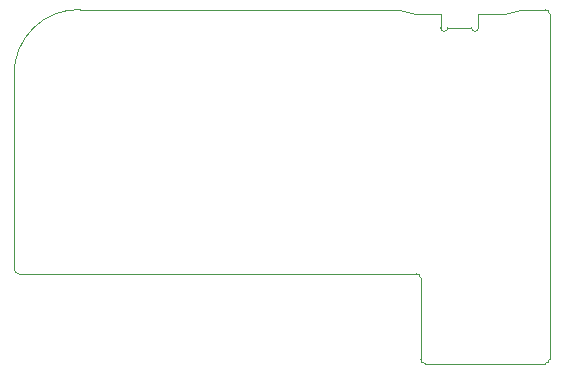
<source format=gbr>
%TF.GenerationSoftware,KiCad,Pcbnew,(7.0.0-0)*%
%TF.CreationDate,2023-02-27T23:59:31-08:00*%
%TF.ProjectId,DEMI_Buffer,44454d49-5f42-4756-9666-65722e6b6963,rev?*%
%TF.SameCoordinates,Original*%
%TF.FileFunction,Profile,NP*%
%FSLAX46Y46*%
G04 Gerber Fmt 4.6, Leading zero omitted, Abs format (unit mm)*
G04 Created by KiCad (PCBNEW (7.0.0-0)) date 2023-02-27 23:59:31*
%MOMM*%
%LPD*%
G01*
G04 APERTURE LIST*
%TA.AperFunction,Profile*%
%ADD10C,0.100000*%
%TD*%
G04 APERTURE END LIST*
D10*
X107059524Y-91821000D02*
X107061000Y-108331000D01*
X141478000Y-109093000D02*
G75*
G03*
X141097000Y-108712000I-381000J0D01*
G01*
X107442000Y-108712000D02*
X141097000Y-108712000D01*
X148590000Y-86710000D02*
X149860000Y-86360000D01*
X152400000Y-86741000D02*
G75*
G03*
X152019000Y-86360000I-381000J0D01*
G01*
X141478000Y-115951000D02*
G75*
G03*
X141859000Y-116332000I381000J0D01*
G01*
X152019000Y-116332000D02*
G75*
G03*
X152400000Y-115951000I0J381000D01*
G01*
X140970000Y-86710000D02*
X139700000Y-86360000D01*
X107061000Y-108331000D02*
G75*
G03*
X107442000Y-108712000I381000J0D01*
G01*
X112649000Y-86360001D02*
G75*
G03*
X107059524Y-91821000I-127000J-5460999D01*
G01*
X152400000Y-115951000D02*
X152400000Y-86741000D01*
X141478000Y-109093000D02*
X141478000Y-115951000D01*
X119380000Y-86360000D02*
X112649000Y-86360000D01*
X152019000Y-86360000D02*
X149860000Y-86360000D01*
X119380000Y-86360000D02*
X139700000Y-86360000D01*
X141859000Y-116332000D02*
X152019000Y-116332000D01*
%TO.C,J1*%
X146380000Y-86710000D02*
X148590000Y-86710000D01*
X143180000Y-86710000D02*
X143180000Y-87910000D01*
X140970000Y-86710000D02*
X143180000Y-86710000D01*
X146380000Y-87910000D02*
X146380000Y-86710000D01*
X143780000Y-87910000D02*
X145780000Y-87910000D01*
X145780000Y-87910000D02*
G75*
G03*
X146380000Y-87910000I300000J0D01*
G01*
X143180000Y-87910000D02*
G75*
G03*
X143780000Y-87910000I300000J0D01*
G01*
%TD*%
M02*

</source>
